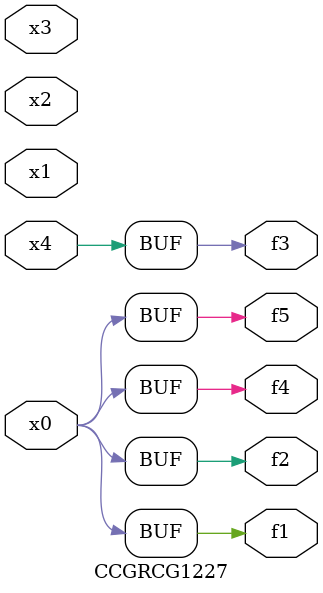
<source format=v>
module CCGRCG1227(
	input x0, x1, x2, x3, x4,
	output f1, f2, f3, f4, f5
);
	assign f1 = x0;
	assign f2 = x0;
	assign f3 = x4;
	assign f4 = x0;
	assign f5 = x0;
endmodule

</source>
